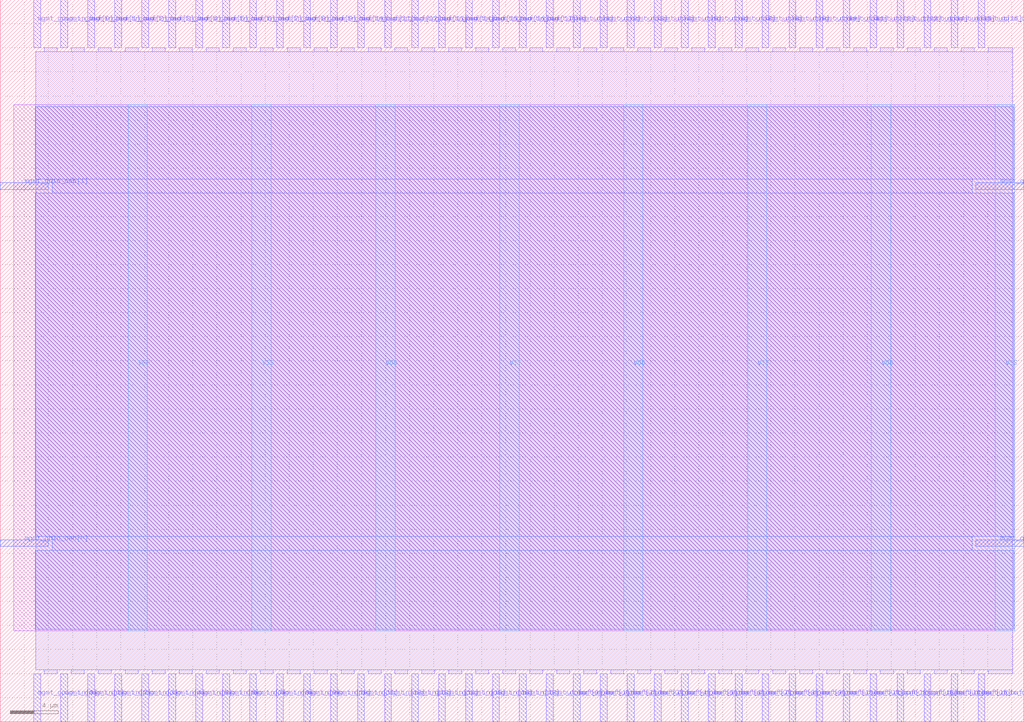
<source format=lef>
VERSION 5.7 ;
  NOWIREEXTENSIONATPIN ON ;
  DIVIDERCHAR "/" ;
  BUSBITCHARS "[]" ;
MACRO mprj_io_buffer
  CLASS BLOCK ;
  FOREIGN mprj_io_buffer ;
  ORIGIN 0.000 0.000 ;
  SIZE 85.000 BY 60.000 ;
  PIN VDD
    DIRECTION INOUT ;
    USE POWER ;
    PORT
      LAYER Metal4 ;
        RECT 10.610 7.540 12.210 51.260 ;
    END
    PORT
      LAYER Metal4 ;
        RECT 31.190 7.540 32.790 51.260 ;
    END
    PORT
      LAYER Metal4 ;
        RECT 51.770 7.540 53.370 51.260 ;
    END
    PORT
      LAYER Metal4 ;
        RECT 72.350 7.540 73.950 51.260 ;
    END
  END VDD
  PIN VSS
    DIRECTION INOUT ;
    USE GROUND ;
    PORT
      LAYER Metal4 ;
        RECT 20.900 7.540 22.500 51.260 ;
    END
    PORT
      LAYER Metal4 ;
        RECT 41.480 7.540 43.080 51.260 ;
    END
    PORT
      LAYER Metal4 ;
        RECT 62.060 7.540 63.660 51.260 ;
    END
    PORT
      LAYER Metal4 ;
        RECT 82.640 7.540 84.240 51.260 ;
    END
  END VSS
  PIN mgmt_gpio_in[0]
    DIRECTION INPUT ;
    USE SIGNAL ;
    PORT
      LAYER Metal2 ;
        RECT 2.800 0.000 3.360 4.000 ;
    END
  END mgmt_gpio_in[0]
  PIN mgmt_gpio_in[10]
    DIRECTION INPUT ;
    USE SIGNAL ;
    PORT
      LAYER Metal2 ;
        RECT 25.200 0.000 25.760 4.000 ;
    END
  END mgmt_gpio_in[10]
  PIN mgmt_gpio_in[11]
    DIRECTION INPUT ;
    USE SIGNAL ;
    PORT
      LAYER Metal2 ;
        RECT 27.440 0.000 28.000 4.000 ;
    END
  END mgmt_gpio_in[11]
  PIN mgmt_gpio_in[12]
    DIRECTION INPUT ;
    USE SIGNAL ;
    PORT
      LAYER Metal2 ;
        RECT 29.680 0.000 30.240 4.000 ;
    END
  END mgmt_gpio_in[12]
  PIN mgmt_gpio_in[13]
    DIRECTION INPUT ;
    USE SIGNAL ;
    PORT
      LAYER Metal2 ;
        RECT 31.920 0.000 32.480 4.000 ;
    END
  END mgmt_gpio_in[13]
  PIN mgmt_gpio_in[14]
    DIRECTION INPUT ;
    USE SIGNAL ;
    PORT
      LAYER Metal2 ;
        RECT 34.160 0.000 34.720 4.000 ;
    END
  END mgmt_gpio_in[14]
  PIN mgmt_gpio_in[15]
    DIRECTION INPUT ;
    USE SIGNAL ;
    PORT
      LAYER Metal2 ;
        RECT 36.400 0.000 36.960 4.000 ;
    END
  END mgmt_gpio_in[15]
  PIN mgmt_gpio_in[16]
    DIRECTION INPUT ;
    USE SIGNAL ;
    PORT
      LAYER Metal2 ;
        RECT 38.640 0.000 39.200 4.000 ;
    END
  END mgmt_gpio_in[16]
  PIN mgmt_gpio_in[17]
    DIRECTION INPUT ;
    USE SIGNAL ;
    PORT
      LAYER Metal2 ;
        RECT 40.880 0.000 41.440 4.000 ;
    END
  END mgmt_gpio_in[17]
  PIN mgmt_gpio_in[1]
    DIRECTION INPUT ;
    USE SIGNAL ;
    PORT
      LAYER Metal2 ;
        RECT 5.040 0.000 5.600 4.000 ;
    END
  END mgmt_gpio_in[1]
  PIN mgmt_gpio_in[2]
    DIRECTION INPUT ;
    USE SIGNAL ;
    PORT
      LAYER Metal2 ;
        RECT 7.280 0.000 7.840 4.000 ;
    END
  END mgmt_gpio_in[2]
  PIN mgmt_gpio_in[3]
    DIRECTION INPUT ;
    USE SIGNAL ;
    PORT
      LAYER Metal2 ;
        RECT 9.520 0.000 10.080 4.000 ;
    END
  END mgmt_gpio_in[3]
  PIN mgmt_gpio_in[4]
    DIRECTION INPUT ;
    USE SIGNAL ;
    PORT
      LAYER Metal2 ;
        RECT 11.760 0.000 12.320 4.000 ;
    END
  END mgmt_gpio_in[4]
  PIN mgmt_gpio_in[5]
    DIRECTION INPUT ;
    USE SIGNAL ;
    PORT
      LAYER Metal2 ;
        RECT 14.000 0.000 14.560 4.000 ;
    END
  END mgmt_gpio_in[5]
  PIN mgmt_gpio_in[6]
    DIRECTION INPUT ;
    USE SIGNAL ;
    PORT
      LAYER Metal2 ;
        RECT 16.240 0.000 16.800 4.000 ;
    END
  END mgmt_gpio_in[6]
  PIN mgmt_gpio_in[7]
    DIRECTION INPUT ;
    USE SIGNAL ;
    PORT
      LAYER Metal2 ;
        RECT 18.480 0.000 19.040 4.000 ;
    END
  END mgmt_gpio_in[7]
  PIN mgmt_gpio_in[8]
    DIRECTION INPUT ;
    USE SIGNAL ;
    PORT
      LAYER Metal2 ;
        RECT 20.720 0.000 21.280 4.000 ;
    END
  END mgmt_gpio_in[8]
  PIN mgmt_gpio_in[9]
    DIRECTION INPUT ;
    USE SIGNAL ;
    PORT
      LAYER Metal2 ;
        RECT 22.960 0.000 23.520 4.000 ;
    END
  END mgmt_gpio_in[9]
  PIN mgmt_gpio_in_buf[0]
    DIRECTION OUTPUT TRISTATE ;
    USE SIGNAL ;
    PORT
      LAYER Metal2 ;
        RECT 2.800 56.000 3.360 60.000 ;
    END
  END mgmt_gpio_in_buf[0]
  PIN mgmt_gpio_in_buf[10]
    DIRECTION OUTPUT TRISTATE ;
    USE SIGNAL ;
    PORT
      LAYER Metal2 ;
        RECT 25.200 56.000 25.760 60.000 ;
    END
  END mgmt_gpio_in_buf[10]
  PIN mgmt_gpio_in_buf[11]
    DIRECTION OUTPUT TRISTATE ;
    USE SIGNAL ;
    PORT
      LAYER Metal2 ;
        RECT 27.440 56.000 28.000 60.000 ;
    END
  END mgmt_gpio_in_buf[11]
  PIN mgmt_gpio_in_buf[12]
    DIRECTION OUTPUT TRISTATE ;
    USE SIGNAL ;
    PORT
      LAYER Metal2 ;
        RECT 29.680 56.000 30.240 60.000 ;
    END
  END mgmt_gpio_in_buf[12]
  PIN mgmt_gpio_in_buf[13]
    DIRECTION OUTPUT TRISTATE ;
    USE SIGNAL ;
    PORT
      LAYER Metal2 ;
        RECT 31.920 56.000 32.480 60.000 ;
    END
  END mgmt_gpio_in_buf[13]
  PIN mgmt_gpio_in_buf[14]
    DIRECTION OUTPUT TRISTATE ;
    USE SIGNAL ;
    PORT
      LAYER Metal2 ;
        RECT 34.160 56.000 34.720 60.000 ;
    END
  END mgmt_gpio_in_buf[14]
  PIN mgmt_gpio_in_buf[15]
    DIRECTION OUTPUT TRISTATE ;
    USE SIGNAL ;
    PORT
      LAYER Metal2 ;
        RECT 36.400 56.000 36.960 60.000 ;
    END
  END mgmt_gpio_in_buf[15]
  PIN mgmt_gpio_in_buf[16]
    DIRECTION OUTPUT TRISTATE ;
    USE SIGNAL ;
    PORT
      LAYER Metal2 ;
        RECT 38.640 56.000 39.200 60.000 ;
    END
  END mgmt_gpio_in_buf[16]
  PIN mgmt_gpio_in_buf[17]
    DIRECTION OUTPUT TRISTATE ;
    USE SIGNAL ;
    PORT
      LAYER Metal2 ;
        RECT 40.880 56.000 41.440 60.000 ;
    END
  END mgmt_gpio_in_buf[17]
  PIN mgmt_gpio_in_buf[1]
    DIRECTION OUTPUT TRISTATE ;
    USE SIGNAL ;
    PORT
      LAYER Metal2 ;
        RECT 5.040 56.000 5.600 60.000 ;
    END
  END mgmt_gpio_in_buf[1]
  PIN mgmt_gpio_in_buf[2]
    DIRECTION OUTPUT TRISTATE ;
    USE SIGNAL ;
    PORT
      LAYER Metal2 ;
        RECT 7.280 56.000 7.840 60.000 ;
    END
  END mgmt_gpio_in_buf[2]
  PIN mgmt_gpio_in_buf[3]
    DIRECTION OUTPUT TRISTATE ;
    USE SIGNAL ;
    PORT
      LAYER Metal2 ;
        RECT 9.520 56.000 10.080 60.000 ;
    END
  END mgmt_gpio_in_buf[3]
  PIN mgmt_gpio_in_buf[4]
    DIRECTION OUTPUT TRISTATE ;
    USE SIGNAL ;
    PORT
      LAYER Metal2 ;
        RECT 11.760 56.000 12.320 60.000 ;
    END
  END mgmt_gpio_in_buf[4]
  PIN mgmt_gpio_in_buf[5]
    DIRECTION OUTPUT TRISTATE ;
    USE SIGNAL ;
    PORT
      LAYER Metal2 ;
        RECT 14.000 56.000 14.560 60.000 ;
    END
  END mgmt_gpio_in_buf[5]
  PIN mgmt_gpio_in_buf[6]
    DIRECTION OUTPUT TRISTATE ;
    USE SIGNAL ;
    PORT
      LAYER Metal2 ;
        RECT 16.240 56.000 16.800 60.000 ;
    END
  END mgmt_gpio_in_buf[6]
  PIN mgmt_gpio_in_buf[7]
    DIRECTION OUTPUT TRISTATE ;
    USE SIGNAL ;
    PORT
      LAYER Metal2 ;
        RECT 18.480 56.000 19.040 60.000 ;
    END
  END mgmt_gpio_in_buf[7]
  PIN mgmt_gpio_in_buf[8]
    DIRECTION OUTPUT TRISTATE ;
    USE SIGNAL ;
    PORT
      LAYER Metal2 ;
        RECT 20.720 56.000 21.280 60.000 ;
    END
  END mgmt_gpio_in_buf[8]
  PIN mgmt_gpio_in_buf[9]
    DIRECTION OUTPUT TRISTATE ;
    USE SIGNAL ;
    PORT
      LAYER Metal2 ;
        RECT 22.960 56.000 23.520 60.000 ;
    END
  END mgmt_gpio_in_buf[9]
  PIN mgmt_gpio_oeb[0]
    DIRECTION INPUT ;
    USE SIGNAL ;
    PORT
      LAYER Metal3 ;
        RECT 0.000 14.560 4.000 15.120 ;
    END
  END mgmt_gpio_oeb[0]
  PIN mgmt_gpio_oeb[1]
    DIRECTION INPUT ;
    USE SIGNAL ;
    PORT
      LAYER Metal3 ;
        RECT 0.000 44.240 4.000 44.800 ;
    END
  END mgmt_gpio_oeb[1]
  PIN mgmt_gpio_oeb_buf[0]
    DIRECTION OUTPUT TRISTATE ;
    USE SIGNAL ;
    PORT
      LAYER Metal3 ;
        RECT 81.000 14.560 85.000 15.120 ;
    END
  END mgmt_gpio_oeb_buf[0]
  PIN mgmt_gpio_oeb_buf[1]
    DIRECTION OUTPUT TRISTATE ;
    USE SIGNAL ;
    PORT
      LAYER Metal3 ;
        RECT 81.000 44.240 85.000 44.800 ;
    END
  END mgmt_gpio_oeb_buf[1]
  PIN mgmt_gpio_out[0]
    DIRECTION INPUT ;
    USE SIGNAL ;
    PORT
      LAYER Metal2 ;
        RECT 43.120 56.000 43.680 60.000 ;
    END
  END mgmt_gpio_out[0]
  PIN mgmt_gpio_out[10]
    DIRECTION INPUT ;
    USE SIGNAL ;
    PORT
      LAYER Metal2 ;
        RECT 65.520 56.000 66.080 60.000 ;
    END
  END mgmt_gpio_out[10]
  PIN mgmt_gpio_out[11]
    DIRECTION INPUT ;
    USE SIGNAL ;
    PORT
      LAYER Metal2 ;
        RECT 67.760 56.000 68.320 60.000 ;
    END
  END mgmt_gpio_out[11]
  PIN mgmt_gpio_out[12]
    DIRECTION INPUT ;
    USE SIGNAL ;
    PORT
      LAYER Metal2 ;
        RECT 70.000 56.000 70.560 60.000 ;
    END
  END mgmt_gpio_out[12]
  PIN mgmt_gpio_out[13]
    DIRECTION INPUT ;
    USE SIGNAL ;
    PORT
      LAYER Metal2 ;
        RECT 72.240 56.000 72.800 60.000 ;
    END
  END mgmt_gpio_out[13]
  PIN mgmt_gpio_out[14]
    DIRECTION INPUT ;
    USE SIGNAL ;
    PORT
      LAYER Metal2 ;
        RECT 74.480 56.000 75.040 60.000 ;
    END
  END mgmt_gpio_out[14]
  PIN mgmt_gpio_out[15]
    DIRECTION INPUT ;
    USE SIGNAL ;
    PORT
      LAYER Metal2 ;
        RECT 76.720 56.000 77.280 60.000 ;
    END
  END mgmt_gpio_out[15]
  PIN mgmt_gpio_out[16]
    DIRECTION INPUT ;
    USE SIGNAL ;
    PORT
      LAYER Metal2 ;
        RECT 78.960 56.000 79.520 60.000 ;
    END
  END mgmt_gpio_out[16]
  PIN mgmt_gpio_out[17]
    DIRECTION INPUT ;
    USE SIGNAL ;
    PORT
      LAYER Metal2 ;
        RECT 81.200 56.000 81.760 60.000 ;
    END
  END mgmt_gpio_out[17]
  PIN mgmt_gpio_out[1]
    DIRECTION INPUT ;
    USE SIGNAL ;
    PORT
      LAYER Metal2 ;
        RECT 45.360 56.000 45.920 60.000 ;
    END
  END mgmt_gpio_out[1]
  PIN mgmt_gpio_out[2]
    DIRECTION INPUT ;
    USE SIGNAL ;
    PORT
      LAYER Metal2 ;
        RECT 47.600 56.000 48.160 60.000 ;
    END
  END mgmt_gpio_out[2]
  PIN mgmt_gpio_out[3]
    DIRECTION INPUT ;
    USE SIGNAL ;
    PORT
      LAYER Metal2 ;
        RECT 49.840 56.000 50.400 60.000 ;
    END
  END mgmt_gpio_out[3]
  PIN mgmt_gpio_out[4]
    DIRECTION INPUT ;
    USE SIGNAL ;
    PORT
      LAYER Metal2 ;
        RECT 52.080 56.000 52.640 60.000 ;
    END
  END mgmt_gpio_out[4]
  PIN mgmt_gpio_out[5]
    DIRECTION INPUT ;
    USE SIGNAL ;
    PORT
      LAYER Metal2 ;
        RECT 54.320 56.000 54.880 60.000 ;
    END
  END mgmt_gpio_out[5]
  PIN mgmt_gpio_out[6]
    DIRECTION INPUT ;
    USE SIGNAL ;
    PORT
      LAYER Metal2 ;
        RECT 56.560 56.000 57.120 60.000 ;
    END
  END mgmt_gpio_out[6]
  PIN mgmt_gpio_out[7]
    DIRECTION INPUT ;
    USE SIGNAL ;
    PORT
      LAYER Metal2 ;
        RECT 58.800 56.000 59.360 60.000 ;
    END
  END mgmt_gpio_out[7]
  PIN mgmt_gpio_out[8]
    DIRECTION INPUT ;
    USE SIGNAL ;
    PORT
      LAYER Metal2 ;
        RECT 61.040 56.000 61.600 60.000 ;
    END
  END mgmt_gpio_out[8]
  PIN mgmt_gpio_out[9]
    DIRECTION INPUT ;
    USE SIGNAL ;
    PORT
      LAYER Metal2 ;
        RECT 63.280 56.000 63.840 60.000 ;
    END
  END mgmt_gpio_out[9]
  PIN mgmt_gpio_out_buf[0]
    DIRECTION OUTPUT TRISTATE ;
    USE SIGNAL ;
    PORT
      LAYER Metal2 ;
        RECT 43.120 0.000 43.680 4.000 ;
    END
  END mgmt_gpio_out_buf[0]
  PIN mgmt_gpio_out_buf[10]
    DIRECTION OUTPUT TRISTATE ;
    USE SIGNAL ;
    PORT
      LAYER Metal2 ;
        RECT 65.520 0.000 66.080 4.000 ;
    END
  END mgmt_gpio_out_buf[10]
  PIN mgmt_gpio_out_buf[11]
    DIRECTION OUTPUT TRISTATE ;
    USE SIGNAL ;
    PORT
      LAYER Metal2 ;
        RECT 67.760 0.000 68.320 4.000 ;
    END
  END mgmt_gpio_out_buf[11]
  PIN mgmt_gpio_out_buf[12]
    DIRECTION OUTPUT TRISTATE ;
    USE SIGNAL ;
    PORT
      LAYER Metal2 ;
        RECT 70.000 0.000 70.560 4.000 ;
    END
  END mgmt_gpio_out_buf[12]
  PIN mgmt_gpio_out_buf[13]
    DIRECTION OUTPUT TRISTATE ;
    USE SIGNAL ;
    PORT
      LAYER Metal2 ;
        RECT 72.240 0.000 72.800 4.000 ;
    END
  END mgmt_gpio_out_buf[13]
  PIN mgmt_gpio_out_buf[14]
    DIRECTION OUTPUT TRISTATE ;
    USE SIGNAL ;
    PORT
      LAYER Metal2 ;
        RECT 74.480 0.000 75.040 4.000 ;
    END
  END mgmt_gpio_out_buf[14]
  PIN mgmt_gpio_out_buf[15]
    DIRECTION OUTPUT TRISTATE ;
    USE SIGNAL ;
    PORT
      LAYER Metal2 ;
        RECT 76.720 0.000 77.280 4.000 ;
    END
  END mgmt_gpio_out_buf[15]
  PIN mgmt_gpio_out_buf[16]
    DIRECTION OUTPUT TRISTATE ;
    USE SIGNAL ;
    PORT
      LAYER Metal2 ;
        RECT 78.960 0.000 79.520 4.000 ;
    END
  END mgmt_gpio_out_buf[16]
  PIN mgmt_gpio_out_buf[17]
    DIRECTION OUTPUT TRISTATE ;
    USE SIGNAL ;
    PORT
      LAYER Metal2 ;
        RECT 81.200 0.000 81.760 4.000 ;
    END
  END mgmt_gpio_out_buf[17]
  PIN mgmt_gpio_out_buf[1]
    DIRECTION OUTPUT TRISTATE ;
    USE SIGNAL ;
    PORT
      LAYER Metal2 ;
        RECT 45.360 0.000 45.920 4.000 ;
    END
  END mgmt_gpio_out_buf[1]
  PIN mgmt_gpio_out_buf[2]
    DIRECTION OUTPUT TRISTATE ;
    USE SIGNAL ;
    PORT
      LAYER Metal2 ;
        RECT 47.600 0.000 48.160 4.000 ;
    END
  END mgmt_gpio_out_buf[2]
  PIN mgmt_gpio_out_buf[3]
    DIRECTION OUTPUT TRISTATE ;
    USE SIGNAL ;
    PORT
      LAYER Metal2 ;
        RECT 49.840 0.000 50.400 4.000 ;
    END
  END mgmt_gpio_out_buf[3]
  PIN mgmt_gpio_out_buf[4]
    DIRECTION OUTPUT TRISTATE ;
    USE SIGNAL ;
    PORT
      LAYER Metal2 ;
        RECT 52.080 0.000 52.640 4.000 ;
    END
  END mgmt_gpio_out_buf[4]
  PIN mgmt_gpio_out_buf[5]
    DIRECTION OUTPUT TRISTATE ;
    USE SIGNAL ;
    PORT
      LAYER Metal2 ;
        RECT 54.320 0.000 54.880 4.000 ;
    END
  END mgmt_gpio_out_buf[5]
  PIN mgmt_gpio_out_buf[6]
    DIRECTION OUTPUT TRISTATE ;
    USE SIGNAL ;
    PORT
      LAYER Metal2 ;
        RECT 56.560 0.000 57.120 4.000 ;
    END
  END mgmt_gpio_out_buf[6]
  PIN mgmt_gpio_out_buf[7]
    DIRECTION OUTPUT TRISTATE ;
    USE SIGNAL ;
    PORT
      LAYER Metal2 ;
        RECT 58.800 0.000 59.360 4.000 ;
    END
  END mgmt_gpio_out_buf[7]
  PIN mgmt_gpio_out_buf[8]
    DIRECTION OUTPUT TRISTATE ;
    USE SIGNAL ;
    PORT
      LAYER Metal2 ;
        RECT 61.040 0.000 61.600 4.000 ;
    END
  END mgmt_gpio_out_buf[8]
  PIN mgmt_gpio_out_buf[9]
    DIRECTION OUTPUT TRISTATE ;
    USE SIGNAL ;
    PORT
      LAYER Metal2 ;
        RECT 63.280 0.000 63.840 4.000 ;
    END
  END mgmt_gpio_out_buf[9]
  OBS
      LAYER Metal1 ;
        RECT 1.120 7.540 84.240 51.260 ;
      LAYER Metal2 ;
        RECT 3.660 55.700 4.740 56.000 ;
        RECT 5.900 55.700 6.980 56.000 ;
        RECT 8.140 55.700 9.220 56.000 ;
        RECT 10.380 55.700 11.460 56.000 ;
        RECT 12.620 55.700 13.700 56.000 ;
        RECT 14.860 55.700 15.940 56.000 ;
        RECT 17.100 55.700 18.180 56.000 ;
        RECT 19.340 55.700 20.420 56.000 ;
        RECT 21.580 55.700 22.660 56.000 ;
        RECT 23.820 55.700 24.900 56.000 ;
        RECT 26.060 55.700 27.140 56.000 ;
        RECT 28.300 55.700 29.380 56.000 ;
        RECT 30.540 55.700 31.620 56.000 ;
        RECT 32.780 55.700 33.860 56.000 ;
        RECT 35.020 55.700 36.100 56.000 ;
        RECT 37.260 55.700 38.340 56.000 ;
        RECT 39.500 55.700 40.580 56.000 ;
        RECT 41.740 55.700 42.820 56.000 ;
        RECT 43.980 55.700 45.060 56.000 ;
        RECT 46.220 55.700 47.300 56.000 ;
        RECT 48.460 55.700 49.540 56.000 ;
        RECT 50.700 55.700 51.780 56.000 ;
        RECT 52.940 55.700 54.020 56.000 ;
        RECT 55.180 55.700 56.260 56.000 ;
        RECT 57.420 55.700 58.500 56.000 ;
        RECT 59.660 55.700 60.740 56.000 ;
        RECT 61.900 55.700 62.980 56.000 ;
        RECT 64.140 55.700 65.220 56.000 ;
        RECT 66.380 55.700 67.460 56.000 ;
        RECT 68.620 55.700 69.700 56.000 ;
        RECT 70.860 55.700 71.940 56.000 ;
        RECT 73.100 55.700 74.180 56.000 ;
        RECT 75.340 55.700 76.420 56.000 ;
        RECT 77.580 55.700 78.660 56.000 ;
        RECT 79.820 55.700 80.900 56.000 ;
        RECT 82.060 55.700 84.100 56.000 ;
        RECT 2.940 4.300 84.100 55.700 ;
        RECT 3.660 4.000 4.740 4.300 ;
        RECT 5.900 4.000 6.980 4.300 ;
        RECT 8.140 4.000 9.220 4.300 ;
        RECT 10.380 4.000 11.460 4.300 ;
        RECT 12.620 4.000 13.700 4.300 ;
        RECT 14.860 4.000 15.940 4.300 ;
        RECT 17.100 4.000 18.180 4.300 ;
        RECT 19.340 4.000 20.420 4.300 ;
        RECT 21.580 4.000 22.660 4.300 ;
        RECT 23.820 4.000 24.900 4.300 ;
        RECT 26.060 4.000 27.140 4.300 ;
        RECT 28.300 4.000 29.380 4.300 ;
        RECT 30.540 4.000 31.620 4.300 ;
        RECT 32.780 4.000 33.860 4.300 ;
        RECT 35.020 4.000 36.100 4.300 ;
        RECT 37.260 4.000 38.340 4.300 ;
        RECT 39.500 4.000 40.580 4.300 ;
        RECT 41.740 4.000 42.820 4.300 ;
        RECT 43.980 4.000 45.060 4.300 ;
        RECT 46.220 4.000 47.300 4.300 ;
        RECT 48.460 4.000 49.540 4.300 ;
        RECT 50.700 4.000 51.780 4.300 ;
        RECT 52.940 4.000 54.020 4.300 ;
        RECT 55.180 4.000 56.260 4.300 ;
        RECT 57.420 4.000 58.500 4.300 ;
        RECT 59.660 4.000 60.740 4.300 ;
        RECT 61.900 4.000 62.980 4.300 ;
        RECT 64.140 4.000 65.220 4.300 ;
        RECT 66.380 4.000 67.460 4.300 ;
        RECT 68.620 4.000 69.700 4.300 ;
        RECT 70.860 4.000 71.940 4.300 ;
        RECT 73.100 4.000 74.180 4.300 ;
        RECT 75.340 4.000 76.420 4.300 ;
        RECT 77.580 4.000 78.660 4.300 ;
        RECT 79.820 4.000 80.900 4.300 ;
        RECT 82.060 4.000 84.100 4.300 ;
      LAYER Metal3 ;
        RECT 2.890 45.100 84.150 51.100 ;
        RECT 4.300 43.940 80.700 45.100 ;
        RECT 2.890 15.420 84.150 43.940 ;
        RECT 4.300 14.260 80.700 15.420 ;
        RECT 2.890 7.700 84.150 14.260 ;
  END
END mprj_io_buffer
END LIBRARY


</source>
